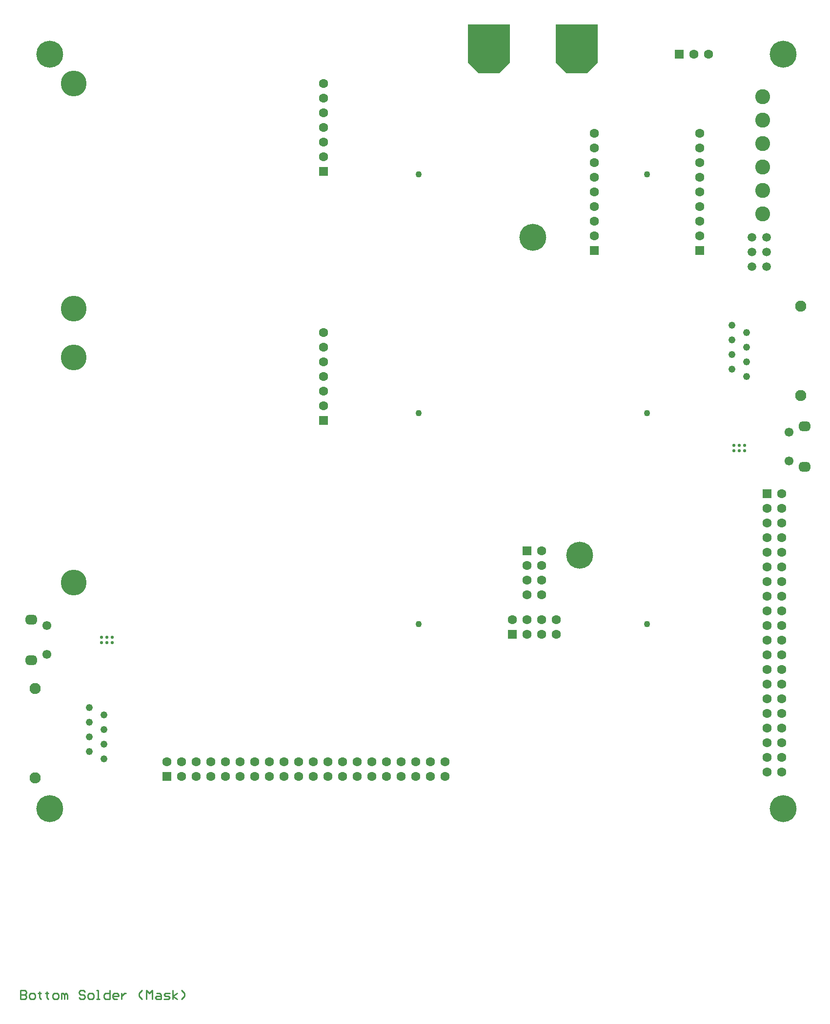
<source format=gbr>
G04 Layer_Color=16711935*
%FSLAX24Y24*%
%MOIN*%
%TF.FileFunction,Soldermask,Bot*%
%TF.Part,Single*%
G01*
G75*
%TA.AperFunction,NonConductor*%
%ADD45C,0.0100*%
%TA.AperFunction,ViaPad*%
%ADD110C,0.1840*%
%TA.AperFunction,ComponentPad*%
%ADD111C,0.0631*%
%ADD112R,0.0631X0.0631*%
%ADD113C,0.0490*%
%ADD114C,0.0760*%
%ADD115C,0.0040*%
%ADD116R,0.0040X0.0040*%
%ADD117C,0.0434*%
%ADD118R,0.0631X0.0631*%
G04:AMPARAMS|DCode=119|XSize=67mil|YSize=78.8mil|CornerRadius=24mil|HoleSize=0mil|Usage=FLASHONLY|Rotation=270.000|XOffset=0mil|YOffset=0mil|HoleType=Round|Shape=RoundedRectangle|*
%AMROUNDEDRECTD119*
21,1,0.0670,0.0307,0,0,270.0*
21,1,0.0189,0.0788,0,0,270.0*
1,1,0.0481,-0.0154,-0.0094*
1,1,0.0481,-0.0154,0.0094*
1,1,0.0481,0.0154,0.0094*
1,1,0.0481,0.0154,-0.0094*
%
%ADD119ROUNDEDRECTD119*%
%ADD120C,0.0611*%
%ADD121C,0.1024*%
%ADD122C,0.0591*%
%TA.AperFunction,ViaPad*%
%ADD123C,0.2540*%
%ADD124C,0.0220*%
%ADD125C,0.1760*%
G36*
X33406Y55532D02*
X33410Y55530D01*
X33413Y55529D01*
X33416Y55526D01*
X33419Y55523D01*
X33421Y55519D01*
X33422Y55516D01*
X33422Y55512D01*
Y52902D01*
X33422Y52898D01*
X33421Y52894D01*
X33419Y52891D01*
X33416Y52888D01*
X32714Y52186D01*
X32711Y52183D01*
X32708Y52181D01*
X32704Y52180D01*
X32700Y52180D01*
X31300D01*
X31300Y52180D01*
X31296Y52180D01*
X31292Y52181D01*
X31291Y52182D01*
X31289Y52183D01*
X31287Y52185D01*
X31286Y52186D01*
X31286Y52186D01*
X30586Y52886D01*
X30583Y52889D01*
X30581Y52892D01*
X30580Y52896D01*
X30580Y52900D01*
Y55512D01*
X30580Y55516D01*
X30581Y55519D01*
X30583Y55523D01*
X30586Y55526D01*
X30589Y55529D01*
X30592Y55530D01*
X30596Y55532D01*
X30600Y55532D01*
X33402D01*
X33406Y55532D01*
D02*
G37*
G36*
X39406D02*
X39410Y55530D01*
X39413Y55529D01*
X39416Y55526D01*
X39419Y55523D01*
X39421Y55519D01*
X39422Y55516D01*
X39422Y55512D01*
Y52902D01*
X39422Y52898D01*
X39421Y52894D01*
X39419Y52891D01*
X39416Y52888D01*
X38714Y52186D01*
X38711Y52183D01*
X38708Y52181D01*
X38704Y52180D01*
X38700Y52180D01*
X37300D01*
X37300Y52180D01*
X37296Y52180D01*
X37292Y52181D01*
X37291Y52182D01*
X37289Y52183D01*
X37287Y52185D01*
X37286Y52186D01*
X37286Y52186D01*
X36586Y52886D01*
X36583Y52889D01*
X36581Y52892D01*
X36580Y52896D01*
X36580Y52900D01*
Y55512D01*
X36580Y55516D01*
X36581Y55519D01*
X36583Y55523D01*
X36586Y55526D01*
X36589Y55529D01*
X36592Y55530D01*
X36596Y55532D01*
X36600Y55532D01*
X39402D01*
X39406Y55532D01*
D02*
G37*
D45*
X0Y-10400D02*
Y-11000D01*
X300D01*
X400Y-10900D01*
Y-10800D01*
X300Y-10700D01*
X0D01*
X300D01*
X400Y-10600D01*
Y-10500D01*
X300Y-10400D01*
X0D01*
X700Y-11000D02*
X900D01*
X1000Y-10900D01*
Y-10700D01*
X900Y-10600D01*
X700D01*
X600Y-10700D01*
Y-10900D01*
X700Y-11000D01*
X1300Y-10500D02*
Y-10600D01*
X1200D01*
X1400D01*
X1300D01*
Y-10900D01*
X1400Y-11000D01*
X1799Y-10500D02*
Y-10600D01*
X1699D01*
X1899D01*
X1799D01*
Y-10900D01*
X1899Y-11000D01*
X2299D02*
X2499D01*
X2599Y-10900D01*
Y-10700D01*
X2499Y-10600D01*
X2299D01*
X2199Y-10700D01*
Y-10900D01*
X2299Y-11000D01*
X2799D02*
Y-10600D01*
X2899D01*
X2999Y-10700D01*
Y-11000D01*
Y-10700D01*
X3099Y-10600D01*
X3199Y-10700D01*
Y-11000D01*
X4399Y-10500D02*
X4299Y-10400D01*
X4099D01*
X3999Y-10500D01*
Y-10600D01*
X4099Y-10700D01*
X4299D01*
X4399Y-10800D01*
Y-10900D01*
X4299Y-11000D01*
X4099D01*
X3999Y-10900D01*
X4698Y-11000D02*
X4898D01*
X4998Y-10900D01*
Y-10700D01*
X4898Y-10600D01*
X4698D01*
X4599Y-10700D01*
Y-10900D01*
X4698Y-11000D01*
X5198D02*
X5398D01*
X5298D01*
Y-10400D01*
X5198D01*
X6098D02*
Y-11000D01*
X5798D01*
X5698Y-10900D01*
Y-10700D01*
X5798Y-10600D01*
X6098D01*
X6598Y-11000D02*
X6398D01*
X6298Y-10900D01*
Y-10700D01*
X6398Y-10600D01*
X6598D01*
X6698Y-10700D01*
Y-10800D01*
X6298D01*
X6898Y-10600D02*
Y-11000D01*
Y-10800D01*
X6998Y-10700D01*
X7098Y-10600D01*
X7198D01*
X8297Y-11000D02*
X8097Y-10800D01*
Y-10600D01*
X8297Y-10400D01*
X8597Y-11000D02*
Y-10400D01*
X8797Y-10600D01*
X8997Y-10400D01*
Y-11000D01*
X9297Y-10600D02*
X9497D01*
X9597Y-10700D01*
Y-11000D01*
X9297D01*
X9197Y-10900D01*
X9297Y-10800D01*
X9597D01*
X9797Y-11000D02*
X10097D01*
X10197Y-10900D01*
X10097Y-10800D01*
X9897D01*
X9797Y-10700D01*
X9897Y-10600D01*
X10197D01*
X10397Y-11000D02*
Y-10400D01*
Y-10800D02*
X10697Y-10600D01*
X10397Y-10800D02*
X10697Y-11000D01*
X10996D02*
X11196Y-10800D01*
Y-10600D01*
X10996Y-10400D01*
D110*
X38200Y19300D02*
D03*
X52100Y2000D02*
D03*
X2000D02*
D03*
Y53500D02*
D03*
X52100D02*
D03*
X35000Y41000D02*
D03*
D111*
X39200Y41100D02*
D03*
Y48100D02*
D03*
Y47100D02*
D03*
Y46100D02*
D03*
Y45100D02*
D03*
Y44100D02*
D03*
Y43100D02*
D03*
Y42100D02*
D03*
X20700Y51500D02*
D03*
Y50500D02*
D03*
Y49500D02*
D03*
Y48500D02*
D03*
Y46500D02*
D03*
Y47500D02*
D03*
X52000Y23500D02*
D03*
X51000Y22500D02*
D03*
X52000D02*
D03*
X51000Y21500D02*
D03*
X52000D02*
D03*
X51000Y20500D02*
D03*
X52000D02*
D03*
X51000Y19500D02*
D03*
X52000D02*
D03*
X51000Y18500D02*
D03*
X52000D02*
D03*
X51000Y17500D02*
D03*
X52000D02*
D03*
X51000Y16500D02*
D03*
X52000D02*
D03*
X51000Y15500D02*
D03*
X52000D02*
D03*
X51000Y14500D02*
D03*
X52000D02*
D03*
X51000Y13500D02*
D03*
X52000D02*
D03*
X51000Y12500D02*
D03*
X52000D02*
D03*
X51000Y11500D02*
D03*
X52000D02*
D03*
X51000Y10500D02*
D03*
X52000D02*
D03*
X51000Y9500D02*
D03*
X52000D02*
D03*
X51000Y8500D02*
D03*
X52000D02*
D03*
X51000Y7500D02*
D03*
X52000D02*
D03*
X51000Y6500D02*
D03*
X52000D02*
D03*
X51000Y5500D02*
D03*
X52000D02*
D03*
X51000Y4500D02*
D03*
X52000D02*
D03*
X35600Y16600D02*
D03*
X34600D02*
D03*
X35600Y17600D02*
D03*
X34600D02*
D03*
X35600Y18600D02*
D03*
X34600D02*
D03*
X35600Y19600D02*
D03*
X47000Y53500D02*
D03*
X46000D02*
D03*
X20700Y34500D02*
D03*
Y33500D02*
D03*
Y32500D02*
D03*
Y31500D02*
D03*
Y29500D02*
D03*
Y30500D02*
D03*
X46400Y41100D02*
D03*
Y48100D02*
D03*
Y47100D02*
D03*
Y46100D02*
D03*
Y45100D02*
D03*
Y44100D02*
D03*
Y43100D02*
D03*
Y42100D02*
D03*
X29000Y5200D02*
D03*
Y4200D02*
D03*
X28000Y5200D02*
D03*
Y4200D02*
D03*
X27000Y5200D02*
D03*
Y4200D02*
D03*
X26000Y5200D02*
D03*
Y4200D02*
D03*
X25000Y5200D02*
D03*
Y4200D02*
D03*
X24000Y5200D02*
D03*
Y4200D02*
D03*
X23000Y5200D02*
D03*
Y4200D02*
D03*
X22000Y5200D02*
D03*
Y4200D02*
D03*
X21000Y5200D02*
D03*
Y4200D02*
D03*
X20000Y5200D02*
D03*
Y4200D02*
D03*
X19000Y5200D02*
D03*
Y4200D02*
D03*
X18000Y5200D02*
D03*
Y4200D02*
D03*
X17000Y5200D02*
D03*
Y4200D02*
D03*
X16000Y5200D02*
D03*
Y4200D02*
D03*
X15000Y5200D02*
D03*
Y4200D02*
D03*
X14000Y5200D02*
D03*
Y4200D02*
D03*
X13000Y5200D02*
D03*
Y4200D02*
D03*
X12000Y5200D02*
D03*
Y4200D02*
D03*
X11000Y5200D02*
D03*
Y4200D02*
D03*
X10000Y5200D02*
D03*
X36600Y14900D02*
D03*
Y13900D02*
D03*
X35600Y14900D02*
D03*
Y13900D02*
D03*
X34600Y14900D02*
D03*
Y13900D02*
D03*
X33600Y14900D02*
D03*
D112*
X39200Y40100D02*
D03*
X20700Y45500D02*
D03*
X51000Y23500D02*
D03*
X34600Y19600D02*
D03*
X20700Y28500D02*
D03*
X46400Y40100D02*
D03*
D113*
X4700Y8900D02*
D03*
X5700Y8400D02*
D03*
X4700Y7900D02*
D03*
X5700Y7400D02*
D03*
X4700Y6900D02*
D03*
X5700Y6400D02*
D03*
X4700Y5900D02*
D03*
X5700Y5400D02*
D03*
X48600Y35000D02*
D03*
X49600Y34500D02*
D03*
X48600Y34000D02*
D03*
X49600Y33500D02*
D03*
X48600Y33000D02*
D03*
X49600Y32500D02*
D03*
X48600Y32000D02*
D03*
X49600Y31500D02*
D03*
D114*
X1000Y10200D02*
D03*
Y4100D02*
D03*
X53300Y36300D02*
D03*
Y30200D02*
D03*
D115*
X2200Y9400D02*
D03*
Y4900D02*
D03*
X52100Y35500D02*
D03*
Y31000D02*
D03*
X37169Y10239D02*
D03*
X33231D02*
D03*
X44294Y4700D02*
D03*
X48231D02*
D03*
D116*
X15850Y18326D02*
D03*
Y31869D02*
D03*
Y50574D02*
D03*
Y37031D02*
D03*
D117*
X42800Y45299D02*
D03*
Y14591D02*
D03*
Y29000D02*
D03*
X27200D02*
D03*
Y14591D02*
D03*
Y45299D02*
D03*
D118*
X45000Y53500D02*
D03*
X10000Y4200D02*
D03*
X33600Y13900D02*
D03*
D119*
X737Y12122D02*
D03*
Y14878D02*
D03*
X53563Y25322D02*
D03*
Y28078D02*
D03*
D120*
X1800Y14484D02*
D03*
Y12516D02*
D03*
X52500Y27684D02*
D03*
Y25716D02*
D03*
D121*
X50700Y50600D02*
D03*
Y49000D02*
D03*
Y47400D02*
D03*
Y45800D02*
D03*
Y44200D02*
D03*
Y42600D02*
D03*
D122*
X49950Y39000D02*
D03*
X50950D02*
D03*
X49950Y40000D02*
D03*
X50950D02*
D03*
X49950Y41000D02*
D03*
X50950D02*
D03*
D123*
X32000Y53500D02*
D03*
X38000D02*
D03*
D124*
X49100Y26797D02*
D03*
X49454D02*
D03*
Y26403D02*
D03*
X49100D02*
D03*
X48746Y26797D02*
D03*
Y26403D02*
D03*
X6254Y13697D02*
D03*
Y13303D02*
D03*
X5900Y13697D02*
D03*
X5546D02*
D03*
Y13303D02*
D03*
X5900D02*
D03*
D125*
X3645Y17420D02*
D03*
Y32775D02*
D03*
Y51480D02*
D03*
Y36125D02*
D03*
%TF.MD5,022f6d5424ccf676ee7d1d8b3ff263cf*%
M02*

</source>
